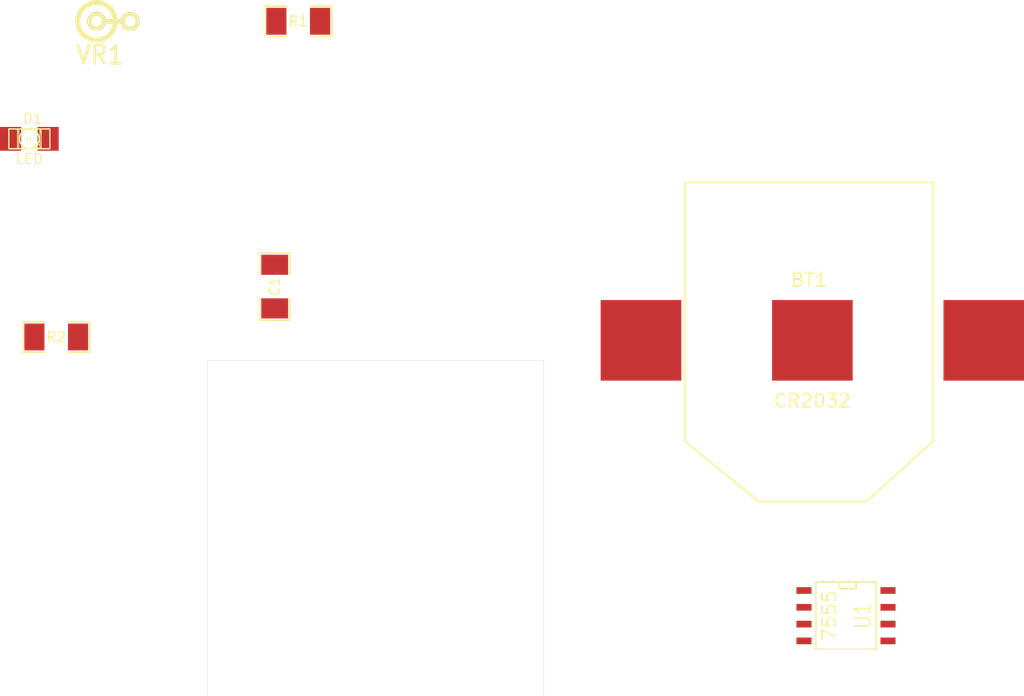
<source format=kicad_pcb>
(kicad_pcb (version 3) (host pcbnew "(2013-07-07 BZR 4022)-stable")

  (general
    (links 14)
    (no_connects 14)
    (area 11.092435 -9.981001 73.398523 49.796701)
    (thickness 1.6)
    (drawings 4)
    (tracks 0)
    (zones 0)
    (modules 7)
    (nets 7)
  )

  (page A3)
  (layers
    (15 F.Cu signal)
    (0 B.Cu signal)
    (16 B.Adhes user)
    (17 F.Adhes user)
    (18 B.Paste user)
    (19 F.Paste user)
    (20 B.SilkS user)
    (21 F.SilkS user)
    (22 B.Mask user)
    (23 F.Mask user)
    (24 Dwgs.User user)
    (25 Cmts.User user)
    (26 Eco1.User user)
    (27 Eco2.User user)
    (28 Edge.Cuts user)
  )

  (setup
    (last_trace_width 0.254)
    (trace_clearance 0.254)
    (zone_clearance 0.508)
    (zone_45_only no)
    (trace_min 0.254)
    (segment_width 0.2)
    (edge_width 0.1)
    (via_size 0.889)
    (via_drill 0.635)
    (via_min_size 0.889)
    (via_min_drill 0.508)
    (uvia_size 0.508)
    (uvia_drill 0.127)
    (uvias_allowed no)
    (uvia_min_size 0.508)
    (uvia_min_drill 0.127)
    (pcb_text_width 0.3)
    (pcb_text_size 1.5 1.5)
    (mod_edge_width 0.15)
    (mod_text_size 1 1)
    (mod_text_width 0.15)
    (pad_size 6.096 6.096)
    (pad_drill 0)
    (pad_to_mask_clearance 0)
    (aux_axis_origin 0 0)
    (visible_elements 7FFFFFFF)
    (pcbplotparams
      (layerselection 3178497)
      (usegerberextensions true)
      (excludeedgelayer true)
      (linewidth 0.150000)
      (plotframeref false)
      (viasonmask false)
      (mode 1)
      (useauxorigin false)
      (hpglpennumber 1)
      (hpglpenspeed 20)
      (hpglpendiameter 15)
      (hpglpenoverlay 2)
      (psnegative false)
      (psa4output false)
      (plotreference true)
      (plotvalue true)
      (plotothertext true)
      (plotinvisibletext false)
      (padsonsilk false)
      (subtractmaskfromsilk false)
      (outputformat 1)
      (mirror false)
      (drillshape 1)
      (scaleselection 1)
      (outputdirectory ""))
  )

  (net 0 "")
  (net 1 GND)
  (net 2 N-000001)
  (net 3 N-000002)
  (net 4 N-000006)
  (net 5 N-000007)
  (net 6 VCC)

  (net_class Default "This is the default net class."
    (clearance 0.254)
    (trace_width 0.254)
    (via_dia 0.889)
    (via_drill 0.635)
    (uvia_dia 0.508)
    (uvia_drill 0.127)
    (add_net "")
    (add_net GND)
    (add_net N-000001)
    (add_net N-000002)
    (add_net N-000006)
    (add_net N-000007)
    (add_net VCC)
  )

  (module SO8N (layer F.Cu) (tedit 45127296) (tstamp 52E79FAE)
    (at 75.692 43.688 270)
    (descr "Module CMS SOJ 8 pins large")
    (tags "CMS SOJ")
    (path /52E5E8B7)
    (attr smd)
    (fp_text reference U1 (at 0 -1.27 270) (layer F.SilkS)
      (effects (font (size 1.143 1.016) (thickness 0.127)))
    )
    (fp_text value 7555 (at 0 1.27 270) (layer F.SilkS)
      (effects (font (size 1.016 1.016) (thickness 0.127)))
    )
    (fp_line (start -2.54 -2.286) (end 2.54 -2.286) (layer F.SilkS) (width 0.127))
    (fp_line (start 2.54 -2.286) (end 2.54 2.286) (layer F.SilkS) (width 0.127))
    (fp_line (start 2.54 2.286) (end -2.54 2.286) (layer F.SilkS) (width 0.127))
    (fp_line (start -2.54 2.286) (end -2.54 -2.286) (layer F.SilkS) (width 0.127))
    (fp_line (start -2.54 -0.762) (end -2.032 -0.762) (layer F.SilkS) (width 0.127))
    (fp_line (start -2.032 -0.762) (end -2.032 0.508) (layer F.SilkS) (width 0.127))
    (fp_line (start -2.032 0.508) (end -2.54 0.508) (layer F.SilkS) (width 0.127))
    (pad 8 smd rect (at -1.905 -3.175 270) (size 0.508 1.143)
      (layers F.Cu F.Paste F.Mask)
      (net 6 VCC)
    )
    (pad 7 smd rect (at -0.635 -3.175 270) (size 0.508 1.143)
      (layers F.Cu F.Paste F.Mask)
      (net 5 N-000007)
    )
    (pad 6 smd rect (at 0.635 -3.175 270) (size 0.508 1.143)
      (layers F.Cu F.Paste F.Mask)
      (net 4 N-000006)
    )
    (pad 5 smd rect (at 1.905 -3.175 270) (size 0.508 1.143)
      (layers F.Cu F.Paste F.Mask)
    )
    (pad 4 smd rect (at 1.905 3.175 270) (size 0.508 1.143)
      (layers F.Cu F.Paste F.Mask)
      (net 6 VCC)
    )
    (pad 3 smd rect (at 0.635 3.175 270) (size 0.508 1.143)
      (layers F.Cu F.Paste F.Mask)
      (net 2 N-000001)
    )
    (pad 2 smd rect (at -0.635 3.175 270) (size 0.508 1.143)
      (layers F.Cu F.Paste F.Mask)
      (net 4 N-000006)
    )
    (pad 1 smd rect (at -1.905 3.175 270) (size 0.508 1.143)
      (layers F.Cu F.Paste F.Mask)
      (net 1 GND)
    )
    (model smd/cms_so8.wrl
      (at (xyz 0 0 0))
      (scale (xyz 0.5 0.38 0.5))
      (rotate (xyz 0 0 0))
    )
  )

  (module SM1206 (layer F.Cu) (tedit 42806E24) (tstamp 52E79FBA)
    (at 32.512 18.796 90)
    (path /52E5E8E4)
    (attr smd)
    (fp_text reference C1 (at 0 0 90) (layer F.SilkS)
      (effects (font (size 0.762 0.762) (thickness 0.127)))
    )
    (fp_text value 1uF (at 0 0 90) (layer F.SilkS) hide
      (effects (font (size 0.762 0.762) (thickness 0.127)))
    )
    (fp_line (start -2.54 -1.143) (end -2.54 1.143) (layer F.SilkS) (width 0.127))
    (fp_line (start -2.54 1.143) (end -0.889 1.143) (layer F.SilkS) (width 0.127))
    (fp_line (start 0.889 -1.143) (end 2.54 -1.143) (layer F.SilkS) (width 0.127))
    (fp_line (start 2.54 -1.143) (end 2.54 1.143) (layer F.SilkS) (width 0.127))
    (fp_line (start 2.54 1.143) (end 0.889 1.143) (layer F.SilkS) (width 0.127))
    (fp_line (start -0.889 -1.143) (end -2.54 -1.143) (layer F.SilkS) (width 0.127))
    (pad 1 smd rect (at -1.651 0 90) (size 1.524 2.032)
      (layers F.Cu F.Paste F.Mask)
      (net 4 N-000006)
    )
    (pad 2 smd rect (at 1.651 0 90) (size 1.524 2.032)
      (layers F.Cu F.Paste F.Mask)
      (net 1 GND)
    )
    (model smd/chip_cms.wrl
      (at (xyz 0 0 0))
      (scale (xyz 0.17 0.16 0.16))
      (rotate (xyz 0 0 0))
    )
  )

  (module SM1206 (layer F.Cu) (tedit 42806E24) (tstamp 52E79FC6)
    (at 34.29 -1.27)
    (path /52E5E910)
    (attr smd)
    (fp_text reference R1 (at 0 0) (layer F.SilkS)
      (effects (font (size 0.762 0.762) (thickness 0.127)))
    )
    (fp_text value 470k (at 0 0) (layer F.SilkS) hide
      (effects (font (size 0.762 0.762) (thickness 0.127)))
    )
    (fp_line (start -2.54 -1.143) (end -2.54 1.143) (layer F.SilkS) (width 0.127))
    (fp_line (start -2.54 1.143) (end -0.889 1.143) (layer F.SilkS) (width 0.127))
    (fp_line (start 0.889 -1.143) (end 2.54 -1.143) (layer F.SilkS) (width 0.127))
    (fp_line (start 2.54 -1.143) (end 2.54 1.143) (layer F.SilkS) (width 0.127))
    (fp_line (start 2.54 1.143) (end 0.889 1.143) (layer F.SilkS) (width 0.127))
    (fp_line (start -0.889 -1.143) (end -2.54 -1.143) (layer F.SilkS) (width 0.127))
    (pad 1 smd rect (at -1.651 0) (size 1.524 2.032)
      (layers F.Cu F.Paste F.Mask)
      (net 5 N-000007)
    )
    (pad 2 smd rect (at 1.651 0) (size 1.524 2.032)
      (layers F.Cu F.Paste F.Mask)
      (net 4 N-000006)
    )
    (model smd/chip_cms.wrl
      (at (xyz 0 0 0))
      (scale (xyz 0.17 0.16 0.16))
      (rotate (xyz 0 0 0))
    )
  )

  (module SM1206 (layer F.Cu) (tedit 42806E24) (tstamp 52E79FD2)
    (at 16.002 22.606 180)
    (path /52E5E939)
    (attr smd)
    (fp_text reference R2 (at 0 0 180) (layer F.SilkS)
      (effects (font (size 0.762 0.762) (thickness 0.127)))
    )
    (fp_text value 1k (at 0 0 180) (layer F.SilkS) hide
      (effects (font (size 0.762 0.762) (thickness 0.127)))
    )
    (fp_line (start -2.54 -1.143) (end -2.54 1.143) (layer F.SilkS) (width 0.127))
    (fp_line (start -2.54 1.143) (end -0.889 1.143) (layer F.SilkS) (width 0.127))
    (fp_line (start 0.889 -1.143) (end 2.54 -1.143) (layer F.SilkS) (width 0.127))
    (fp_line (start 2.54 -1.143) (end 2.54 1.143) (layer F.SilkS) (width 0.127))
    (fp_line (start 2.54 1.143) (end 0.889 1.143) (layer F.SilkS) (width 0.127))
    (fp_line (start -0.889 -1.143) (end -2.54 -1.143) (layer F.SilkS) (width 0.127))
    (pad 1 smd rect (at -1.651 0 180) (size 1.524 2.032)
      (layers F.Cu F.Paste F.Mask)
      (net 2 N-000001)
    )
    (pad 2 smd rect (at 1.651 0 180) (size 1.524 2.032)
      (layers F.Cu F.Paste F.Mask)
      (net 3 N-000002)
    )
    (model smd/chip_cms.wrl
      (at (xyz 0 0 0))
      (scale (xyz 0.17 0.16 0.16))
      (rotate (xyz 0 0 0))
    )
  )

  (module R1 (layer F.Cu) (tedit 200000) (tstamp 52E79FDA)
    (at 20.32 -1.27)
    (descr "Resistance verticale")
    (tags R)
    (path /52E5E918)
    (autoplace_cost90 10)
    (autoplace_cost180 10)
    (fp_text reference VR1 (at -1.016 2.54) (layer F.SilkS)
      (effects (font (size 1.397 1.27) (thickness 0.2032)))
    )
    (fp_text value VR (at -1.143 2.54) (layer F.SilkS) hide
      (effects (font (size 1.397 1.27) (thickness 0.2032)))
    )
    (fp_line (start -1.27 0) (end 1.27 0) (layer F.SilkS) (width 0.381))
    (fp_circle (center -1.27 0) (end -0.635 1.27) (layer F.SilkS) (width 0.381))
    (pad 1 thru_hole circle (at -1.27 0) (size 1.397 1.397) (drill 0.8128)
      (layers *.Cu *.Mask F.SilkS)
      (net 6 VCC)
    )
    (pad 2 thru_hole circle (at 1.27 0) (size 1.397 1.397) (drill 0.8128)
      (layers *.Cu *.Mask F.SilkS)
      (net 5 N-000007)
    )
    (model discret/verti_resistor.wrl
      (at (xyz 0 0 0))
      (scale (xyz 1 1 1))
      (rotate (xyz 0 0 0))
    )
  )

  (module LED-1206 (layer F.Cu) (tedit 49BFA1FF) (tstamp 52E7A004)
    (at 13.97 7.62)
    (descr "LED 1206 smd package")
    (tags "LED1206 SMD")
    (path /52E5E941)
    (attr smd)
    (fp_text reference D1 (at 0.254 -1.524) (layer F.SilkS)
      (effects (font (size 0.762 0.762) (thickness 0.0889)))
    )
    (fp_text value LED (at 0 1.524) (layer F.SilkS)
      (effects (font (size 0.762 0.762) (thickness 0.0889)))
    )
    (fp_line (start -0.09906 0.09906) (end 0.09906 0.09906) (layer F.SilkS) (width 0.06604))
    (fp_line (start 0.09906 0.09906) (end 0.09906 -0.09906) (layer F.SilkS) (width 0.06604))
    (fp_line (start -0.09906 -0.09906) (end 0.09906 -0.09906) (layer F.SilkS) (width 0.06604))
    (fp_line (start -0.09906 0.09906) (end -0.09906 -0.09906) (layer F.SilkS) (width 0.06604))
    (fp_line (start 0.44958 0.6985) (end 0.79756 0.6985) (layer F.SilkS) (width 0.06604))
    (fp_line (start 0.79756 0.6985) (end 0.79756 0.44958) (layer F.SilkS) (width 0.06604))
    (fp_line (start 0.44958 0.44958) (end 0.79756 0.44958) (layer F.SilkS) (width 0.06604))
    (fp_line (start 0.44958 0.6985) (end 0.44958 0.44958) (layer F.SilkS) (width 0.06604))
    (fp_line (start 0.79756 0.6985) (end 0.89916 0.6985) (layer F.SilkS) (width 0.06604))
    (fp_line (start 0.89916 0.6985) (end 0.89916 -0.49784) (layer F.SilkS) (width 0.06604))
    (fp_line (start 0.79756 -0.49784) (end 0.89916 -0.49784) (layer F.SilkS) (width 0.06604))
    (fp_line (start 0.79756 0.6985) (end 0.79756 -0.49784) (layer F.SilkS) (width 0.06604))
    (fp_line (start 0.79756 -0.54864) (end 0.89916 -0.54864) (layer F.SilkS) (width 0.06604))
    (fp_line (start 0.89916 -0.54864) (end 0.89916 -0.6985) (layer F.SilkS) (width 0.06604))
    (fp_line (start 0.79756 -0.6985) (end 0.89916 -0.6985) (layer F.SilkS) (width 0.06604))
    (fp_line (start 0.79756 -0.54864) (end 0.79756 -0.6985) (layer F.SilkS) (width 0.06604))
    (fp_line (start -0.89916 0.6985) (end -0.79756 0.6985) (layer F.SilkS) (width 0.06604))
    (fp_line (start -0.79756 0.6985) (end -0.79756 -0.49784) (layer F.SilkS) (width 0.06604))
    (fp_line (start -0.89916 -0.49784) (end -0.79756 -0.49784) (layer F.SilkS) (width 0.06604))
    (fp_line (start -0.89916 0.6985) (end -0.89916 -0.49784) (layer F.SilkS) (width 0.06604))
    (fp_line (start -0.89916 -0.54864) (end -0.79756 -0.54864) (layer F.SilkS) (width 0.06604))
    (fp_line (start -0.79756 -0.54864) (end -0.79756 -0.6985) (layer F.SilkS) (width 0.06604))
    (fp_line (start -0.89916 -0.6985) (end -0.79756 -0.6985) (layer F.SilkS) (width 0.06604))
    (fp_line (start -0.89916 -0.54864) (end -0.89916 -0.6985) (layer F.SilkS) (width 0.06604))
    (fp_line (start 0.44958 0.6985) (end 0.59944 0.6985) (layer F.SilkS) (width 0.06604))
    (fp_line (start 0.59944 0.6985) (end 0.59944 0.44958) (layer F.SilkS) (width 0.06604))
    (fp_line (start 0.44958 0.44958) (end 0.59944 0.44958) (layer F.SilkS) (width 0.06604))
    (fp_line (start 0.44958 0.6985) (end 0.44958 0.44958) (layer F.SilkS) (width 0.06604))
    (fp_line (start 1.5494 0.7493) (end -1.5494 0.7493) (layer F.SilkS) (width 0.1016))
    (fp_line (start -1.5494 0.7493) (end -1.5494 -0.7493) (layer F.SilkS) (width 0.1016))
    (fp_line (start -1.5494 -0.7493) (end 1.5494 -0.7493) (layer F.SilkS) (width 0.1016))
    (fp_line (start 1.5494 -0.7493) (end 1.5494 0.7493) (layer F.SilkS) (width 0.1016))
    (fp_arc (start 0 0) (end 0.54864 0.49784) (angle 95.4) (layer F.SilkS) (width 0.1016))
    (fp_arc (start 0 0) (end -0.54864 0.49784) (angle 84.5) (layer F.SilkS) (width 0.1016))
    (fp_arc (start 0 0) (end -0.54864 -0.49784) (angle 95.4) (layer F.SilkS) (width 0.1016))
    (fp_arc (start 0 0) (end 0.54864 -0.49784) (angle 84.5) (layer F.SilkS) (width 0.1016))
    (pad 1 smd rect (at -1.41986 0) (size 1.59766 1.80086)
      (layers F.Cu F.Paste F.Mask)
      (net 3 N-000002)
    )
    (pad 2 smd rect (at 1.41986 0) (size 1.59766 1.80086)
      (layers F.Cu F.Paste F.Mask)
      (net 1 GND)
    )
  )

  (module CR2032 (layer F.Cu) (tedit 52E6BFEC) (tstamp 52E7A0C9)
    (at 73.152 22.86)
    (path /52E5EA39)
    (fp_text reference BT1 (at -0.254 -4.572) (layer F.SilkS)
      (effects (font (size 1 1) (thickness 0.15)))
    )
    (fp_text value CR2032 (at 0 4.572) (layer F.SilkS)
      (effects (font (size 1 1) (thickness 0.15)))
    )
    (fp_line (start -9.652 7.62) (end -4.064 12.192) (layer F.SilkS) (width 0.15))
    (fp_line (start -4.064 12.192) (end 4.064 12.192) (layer F.SilkS) (width 0.15))
    (fp_line (start 4.064 12.192) (end 9.144 7.62) (layer F.SilkS) (width 0.15))
    (fp_line (start 9.144 7.62) (end 9.144 -11.938) (layer F.SilkS) (width 0.15))
    (fp_line (start 9.144 -11.938) (end -9.652 -11.938) (layer F.SilkS) (width 0.15))
    (fp_line (start -9.652 -11.938) (end -9.652 7.62) (layer F.SilkS) (width 0.15))
    (pad 2 smd rect (at 0 0) (size 6.096 6.096)
      (layers F.Cu F.Paste F.Mask)
      (net 1 GND)
    )
    (pad 1 smd rect (at -12.954 0) (size 6.096 6.096)
      (layers F.Cu F.Paste F.Mask)
      (net 6 VCC)
    )
    (pad 1 smd rect (at 12.954 0) (size 6.096 6.096)
      (layers F.Cu F.Paste F.Mask)
      (net 6 VCC)
    )
  )

  (gr_line (start 52.832 24.384) (end 27.432 24.384) (angle 90) (layer Edge.Cuts) (width 0.0254))
  (gr_line (start 52.832 49.784) (end 52.832 24.384) (angle 90) (layer Edge.Cuts) (width 0.0254))
  (gr_line (start 27.432 49.784) (end 52.832 49.784) (angle 90) (layer Edge.Cuts) (width 0.0254))
  (gr_line (start 27.432 24.384) (end 27.432 49.784) (angle 90) (layer Edge.Cuts) (width 0.0254))

)

</source>
